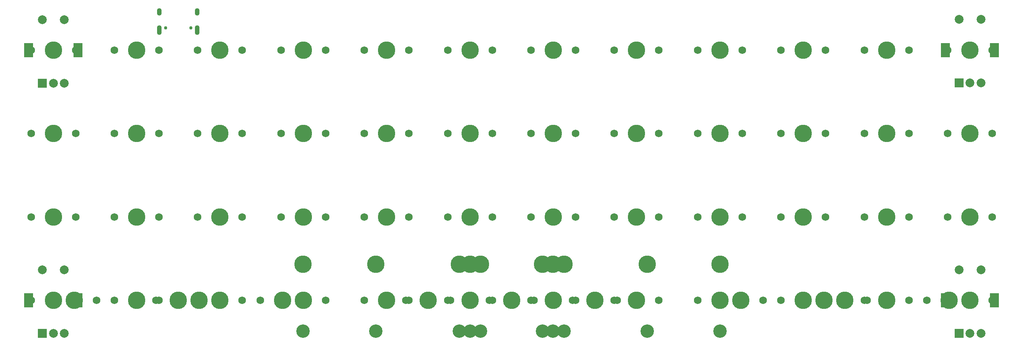
<source format=gts>
%TF.GenerationSoftware,KiCad,Pcbnew,(6.0.7-1)-1*%
%TF.CreationDate,2022-12-13T16:34:22+02:00*%
%TF.ProjectId,Planck Drop In PCB,506c616e-636b-4204-9472-6f7020496e20,rev?*%
%TF.SameCoordinates,Original*%
%TF.FileFunction,Soldermask,Top*%
%TF.FilePolarity,Negative*%
%FSLAX46Y46*%
G04 Gerber Fmt 4.6, Leading zero omitted, Abs format (unit mm)*
G04 Created by KiCad (PCBNEW (6.0.7-1)-1) date 2022-12-13 16:34:22*
%MOMM*%
%LPD*%
G01*
G04 APERTURE LIST*
%ADD10C,3.987800*%
%ADD11C,1.750000*%
%ADD12C,3.048000*%
%ADD13R,2.000000X2.000000*%
%ADD14C,2.000000*%
%ADD15R,2.000000X3.200000*%
%ADD16C,0.750000*%
%ADD17O,1.100000X1.700000*%
%ADD18O,1.100000X2.200000*%
G04 APERTURE END LIST*
D10*
%TO.C,MX36*%
X178125075Y-64125027D03*
D11*
X173045075Y-64125027D03*
X183205075Y-64125027D03*
%TD*%
D12*
%TO.C,2u*%
X180563071Y-128110051D03*
D11*
X163545071Y-121125051D03*
X173705071Y-121125051D03*
D12*
X156687071Y-128110051D03*
D10*
X156687071Y-112870051D03*
X180563071Y-112870051D03*
X168625071Y-121125051D03*
%TD*%
%TO.C,1u*%
X64125027Y-121125051D03*
D11*
X69205027Y-121125051D03*
X59045027Y-121125051D03*
%TD*%
D10*
%TO.C,MX49*%
X235125099Y-64125027D03*
D11*
X240205099Y-64125027D03*
X230045099Y-64125027D03*
%TD*%
%TO.C,MX42*%
X192045083Y-83125035D03*
D10*
X197125083Y-83125035D03*
D11*
X202205083Y-83125035D03*
%TD*%
%TO.C,1u*%
X230045099Y-121125051D03*
X240205099Y-121125051D03*
D10*
X235125099Y-121125051D03*
%TD*%
%TO.C,1u*%
X161563063Y-112870051D03*
D11*
X154705063Y-121125051D03*
D10*
X149625063Y-121125051D03*
D12*
X137687063Y-128110051D03*
D11*
X144545063Y-121125051D03*
D10*
X137687063Y-112870051D03*
D12*
X161563063Y-128110051D03*
%TD*%
D10*
%TO.C,MX21*%
X121125051Y-83125035D03*
D11*
X116045051Y-83125035D03*
X126205051Y-83125035D03*
%TD*%
%TO.C,1u*%
X230705095Y-121125051D03*
X220545095Y-121125051D03*
D10*
X225625095Y-121125051D03*
%TD*%
D11*
%TO.C,1u*%
X50205019Y-121125051D03*
D10*
X45125019Y-121125051D03*
D11*
X40045019Y-121125051D03*
%TD*%
%TO.C,1.5u*%
X206955085Y-121125051D03*
D10*
X201875085Y-121125051D03*
D11*
X196795085Y-121125051D03*
%TD*%
%TO.C,1u*%
X164205067Y-121125051D03*
X154045067Y-121125051D03*
D10*
X159125067Y-121125051D03*
%TD*%
D11*
%TO.C,MX32*%
X154045067Y-83125035D03*
D10*
X159125067Y-83125035D03*
D11*
X164205067Y-83125035D03*
%TD*%
D10*
%TO.C,1.5u*%
X97375041Y-121125051D03*
D11*
X92295041Y-121125051D03*
X102455041Y-121125051D03*
%TD*%
%TO.C,MX38*%
X183205075Y-102125043D03*
X173045075Y-102125043D03*
D10*
X178125075Y-102125043D03*
%TD*%
%TO.C,1.5u*%
X49875021Y-121125051D03*
D11*
X54955021Y-121125051D03*
X44795021Y-121125051D03*
%TD*%
%TO.C,MX2*%
X50205019Y-83125027D03*
D10*
X45125019Y-83125027D03*
D11*
X40045019Y-83125027D03*
%TD*%
%TO.C,MX7*%
X59045027Y-83125035D03*
D10*
X64125027Y-83125035D03*
D11*
X69205027Y-83125035D03*
%TD*%
D10*
%TO.C,1u*%
X216125091Y-121125051D03*
D11*
X221205091Y-121125051D03*
X211045091Y-121125051D03*
%TD*%
D10*
%TO.C,MX43*%
X197125083Y-102125043D03*
D11*
X192045083Y-102125043D03*
X202205083Y-102125043D03*
%TD*%
D13*
%TO.C,SW4*%
X251625107Y-128633333D03*
D14*
X256625107Y-128633333D03*
X254125107Y-128633333D03*
D15*
X248525107Y-121133333D03*
X259725107Y-121133333D03*
D14*
X256625107Y-114133333D03*
X251625107Y-114133333D03*
%TD*%
D10*
%TO.C,MX3*%
X45125019Y-102125043D03*
D11*
X40045019Y-102125043D03*
X50205019Y-102125043D03*
%TD*%
%TO.C,1u*%
X78705031Y-121125051D03*
X68545031Y-121125051D03*
D10*
X73625031Y-121125051D03*
%TD*%
D13*
%TO.C,SW1*%
X42625019Y-71658333D03*
D14*
X47625019Y-71658333D03*
X45125019Y-71658333D03*
D15*
X39525019Y-64158333D03*
X50725019Y-64158333D03*
D14*
X47625019Y-57158333D03*
X42625019Y-57158333D03*
%TD*%
D10*
%TO.C,MX13*%
X83125035Y-83125035D03*
D11*
X78045035Y-83125035D03*
X88205035Y-83125035D03*
%TD*%
D10*
%TO.C,MX16*%
X102125043Y-64125027D03*
D11*
X97045043Y-64125027D03*
X107205043Y-64125027D03*
%TD*%
%TO.C,1.5u*%
X73295033Y-121125051D03*
X83455033Y-121125051D03*
D10*
X78375033Y-121125051D03*
%TD*%
D11*
%TO.C,MX24*%
X116045051Y-121125051D03*
X126205051Y-121125051D03*
D10*
X140175051Y-112870051D03*
D12*
X102075051Y-128110051D03*
X140175051Y-128110051D03*
D10*
X121125051Y-121125051D03*
X102075051Y-112870051D03*
%TD*%
D11*
%TO.C,MX37*%
X183205075Y-83125035D03*
X173045075Y-83125035D03*
D10*
X178125075Y-83125035D03*
%TD*%
%TO.C,MX6*%
X64125027Y-64125027D03*
D11*
X69205027Y-64125027D03*
X59045027Y-64125027D03*
%TD*%
%TO.C,MX22*%
X126205051Y-102125043D03*
X116045051Y-102125043D03*
D10*
X121125051Y-102125043D03*
%TD*%
D11*
%TO.C,1u*%
X107205043Y-121125051D03*
X97045043Y-121125051D03*
D10*
X102125043Y-121125051D03*
%TD*%
%TO.C,MX31*%
X159125067Y-64125027D03*
D11*
X154045067Y-64125027D03*
X164205067Y-64125027D03*
%TD*%
%TO.C,MX25*%
X145205059Y-64125027D03*
D10*
X140125059Y-64125027D03*
D11*
X135045059Y-64125027D03*
%TD*%
D10*
%TO.C,MX17*%
X102125043Y-83125035D03*
D11*
X97045043Y-83125035D03*
X107205043Y-83125035D03*
%TD*%
%TO.C,MX45*%
X211045091Y-64125027D03*
X221205091Y-64125027D03*
D10*
X216125091Y-64125027D03*
%TD*%
%TO.C,1u*%
X140125059Y-121125051D03*
D11*
X135045059Y-121125051D03*
X145205059Y-121125051D03*
%TD*%
D13*
%TO.C,SW3*%
X251625107Y-71608333D03*
D14*
X256625107Y-71608333D03*
X254125107Y-71608333D03*
D15*
X259725107Y-64108333D03*
X248525107Y-64108333D03*
D14*
X256625107Y-57108333D03*
X251625107Y-57108333D03*
%TD*%
D11*
%TO.C,1u*%
X78045035Y-121125051D03*
X88205035Y-121125051D03*
D10*
X83125035Y-121125051D03*
%TD*%
D11*
%TO.C,1.5u*%
X225955093Y-121125051D03*
D10*
X220875093Y-121125051D03*
D11*
X215795093Y-121125051D03*
%TD*%
D10*
%TO.C,1.5u*%
X249375105Y-121125051D03*
D11*
X254455105Y-121125051D03*
X244295105Y-121125051D03*
%TD*%
D10*
%TO.C,1u/3u*%
X178125075Y-121125051D03*
D11*
X173045075Y-121125051D03*
X183205075Y-121125051D03*
%TD*%
D12*
%TO.C,MX40*%
X159075075Y-128110051D03*
D10*
X178125075Y-121125051D03*
D12*
X197175075Y-128110051D03*
D11*
X173045075Y-121125051D03*
X183205075Y-121125051D03*
D10*
X197175075Y-112870051D03*
X159075075Y-112870051D03*
%TD*%
D11*
%TO.C,1u*%
X202205083Y-121125051D03*
X192045083Y-121125051D03*
D10*
X197125083Y-121125051D03*
%TD*%
D11*
%TO.C,MX14*%
X88205035Y-102125043D03*
D10*
X83125035Y-102125043D03*
D11*
X78045035Y-102125043D03*
%TD*%
%TO.C,MX51*%
X230045099Y-102125043D03*
X240205099Y-102125043D03*
D10*
X235125099Y-102125043D03*
%TD*%
D11*
%TO.C,MX57*%
X249045107Y-102125043D03*
X259205107Y-102125043D03*
D10*
X254125107Y-102125043D03*
%TD*%
D11*
%TO.C,MX27*%
X145205059Y-102125043D03*
X135045059Y-102125043D03*
D10*
X140125059Y-102125043D03*
%TD*%
%TO.C,MX8*%
X64125027Y-102125043D03*
D11*
X59045027Y-102125043D03*
X69205027Y-102125043D03*
%TD*%
D10*
%TO.C,MX56*%
X254125107Y-83125035D03*
D11*
X249045107Y-83125035D03*
X259205107Y-83125035D03*
%TD*%
%TO.C,MX46*%
X211045091Y-83125035D03*
D10*
X216125091Y-83125035D03*
D11*
X221205091Y-83125035D03*
%TD*%
%TO.C,MX18*%
X107205043Y-102125043D03*
D10*
X102125043Y-102125043D03*
D11*
X97045043Y-102125043D03*
%TD*%
%TO.C,MX41*%
X202205083Y-64125027D03*
D10*
X197125083Y-64125027D03*
D11*
X192045083Y-64125027D03*
%TD*%
D10*
%TO.C,1u*%
X254125107Y-121125051D03*
D11*
X249045107Y-121125051D03*
X259205107Y-121125051D03*
%TD*%
%TO.C,MX12*%
X78045035Y-64125027D03*
D10*
X83125035Y-64125027D03*
D11*
X88205035Y-64125027D03*
%TD*%
D10*
%TO.C,MX47*%
X216125091Y-102125043D03*
D11*
X221205091Y-102125043D03*
X211045091Y-102125043D03*
%TD*%
D13*
%TO.C,SW2*%
X42625019Y-128633333D03*
D14*
X47625019Y-128633333D03*
X45125019Y-128633333D03*
D15*
X39525019Y-121133333D03*
X50725019Y-121133333D03*
D14*
X47625019Y-114133333D03*
X42625019Y-114133333D03*
%TD*%
D11*
%TO.C,MX55*%
X249045107Y-64125027D03*
X259205107Y-64125027D03*
D10*
X254125107Y-64125027D03*
%TD*%
D11*
%TO.C,MX26*%
X135045059Y-83125035D03*
D10*
X140125059Y-83125035D03*
D11*
X145205059Y-83125035D03*
%TD*%
%TO.C,MX20*%
X126205051Y-64125027D03*
D10*
X121125051Y-64125027D03*
D11*
X116045051Y-64125027D03*
%TD*%
D10*
%TO.C,1u/3u*%
X121125051Y-121125051D03*
D11*
X126205051Y-121125051D03*
X116045051Y-121125051D03*
%TD*%
D12*
%TO.C,2u*%
X142563055Y-128110051D03*
D11*
X135705055Y-121125051D03*
D10*
X130625055Y-121125051D03*
X142563055Y-112870051D03*
D11*
X125545055Y-121125051D03*
D10*
X118687055Y-112870051D03*
D12*
X118687055Y-128110051D03*
%TD*%
D11*
%TO.C,MX50*%
X230045099Y-83125035D03*
X240205099Y-83125035D03*
D10*
X235125099Y-83125035D03*
%TD*%
D11*
%TO.C,MX33*%
X154045067Y-102125043D03*
D10*
X159125067Y-102125043D03*
D11*
X164205067Y-102125043D03*
%TD*%
D10*
%TO.C,MX1*%
X45125019Y-64125027D03*
D11*
X40045019Y-64125027D03*
X50205019Y-64125027D03*
%TD*%
D16*
%TO.C,USB1*%
X70735031Y-59037500D03*
X76515031Y-59037500D03*
D17*
X69305031Y-55387500D03*
D18*
X77945031Y-59567500D03*
X69305031Y-59567500D03*
D17*
X77945031Y-55387500D03*
%TD*%
M02*

</source>
